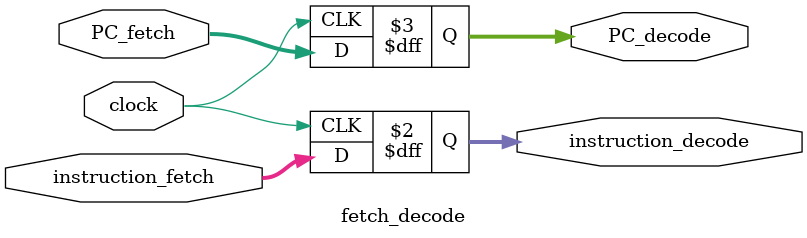
<source format=v>
module fetch_decode (
	input wire [31:0] instruction_fetch,
	input wire [31:0] PC_fetch,
	input wire clock,
	
	output reg [31:0] instruction_decode,
	output reg [31:0] PC_decode);
	
	always @(posedge clock) begin
		instruction_decode <= instruction_fetch;
		PC_decode <= PC_fetch;
	end
endmodule

</source>
